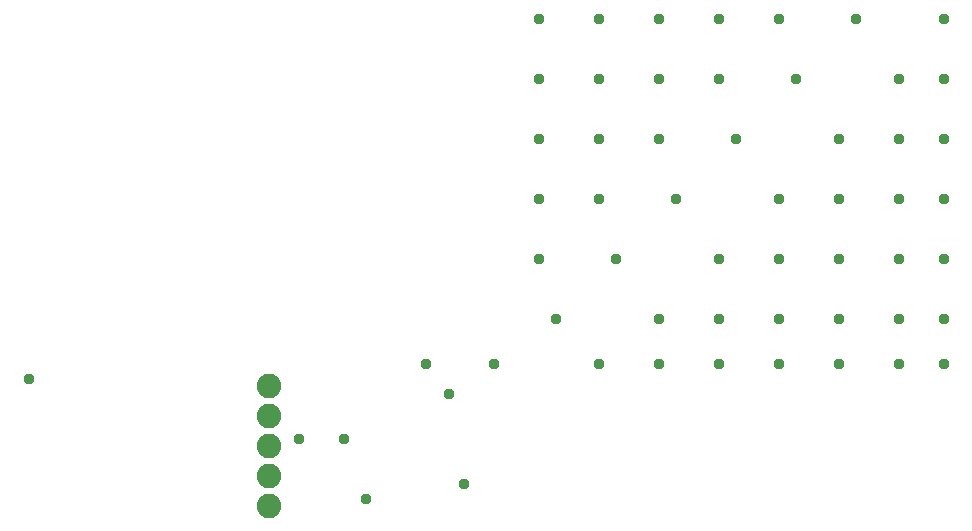
<source format=gbr>
G04 EAGLE Gerber RS-274X export*
G75*
%MOMM*%
%FSLAX34Y34*%
%LPD*%
%INSoldermask Bottom*%
%IPPOS*%
%AMOC8*
5,1,8,0,0,1.08239X$1,22.5*%
G01*
%ADD10C,2.082800*%
%ADD11C,0.959600*%


D10*
X292100Y82550D03*
X292100Y31750D03*
X292100Y133350D03*
X292100Y57150D03*
X292100Y107950D03*
D11*
X317500Y88900D03*
X425450Y152400D03*
X444500Y127000D03*
X88900Y139700D03*
X355600Y88900D03*
X482600Y152400D03*
X863600Y152400D03*
X571500Y152400D03*
X622300Y152400D03*
X673100Y152400D03*
X723900Y152400D03*
X774700Y152400D03*
X825500Y152400D03*
X863600Y190500D03*
X535600Y190500D03*
X622300Y190500D03*
X673100Y190500D03*
X723900Y190500D03*
X774700Y190500D03*
X825500Y190500D03*
X520700Y241300D03*
X863600Y241300D03*
X673100Y241300D03*
X723900Y241300D03*
X774700Y241300D03*
X825500Y241300D03*
X586400Y241300D03*
X520700Y292100D03*
X863600Y292100D03*
X825500Y292100D03*
X774700Y292100D03*
X723900Y292100D03*
X571500Y292100D03*
X637200Y292100D03*
X520700Y444500D03*
X863600Y444500D03*
X571500Y444500D03*
X622300Y444500D03*
X673100Y444500D03*
X723900Y444500D03*
X789600Y444500D03*
X520700Y393700D03*
X863600Y393700D03*
X825500Y393700D03*
X571500Y393700D03*
X622300Y393700D03*
X673100Y393700D03*
X738800Y393700D03*
X520700Y342900D03*
X863600Y342900D03*
X825500Y342900D03*
X774700Y342900D03*
X622300Y342900D03*
X688000Y342900D03*
X571500Y342900D03*
X457200Y50800D03*
X374015Y38100D03*
M02*

</source>
